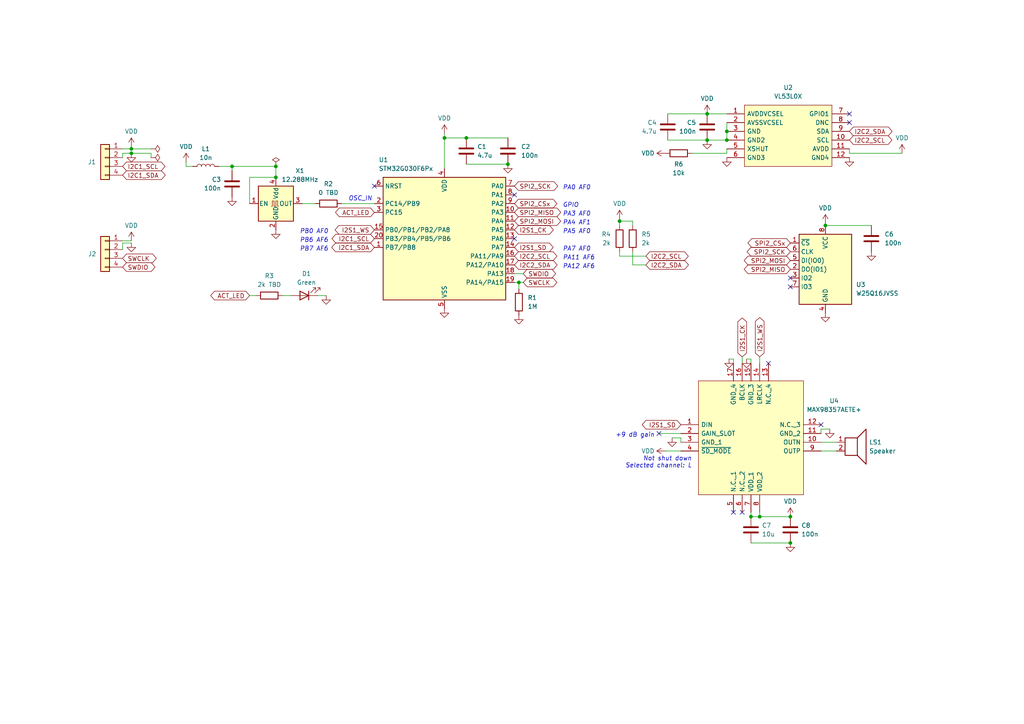
<source format=kicad_sch>
(kicad_sch (version 20230121) (generator eeschema)
  (paper "A4")
  (lib_symbols
    (symbol "Connector_Generic:Conn_01x04" (pin_names (offset 1.016) hide)
      (property "Reference" "J" (at 0 5.08 0))
      (property "Value" "Conn_01x04" (at 0 -7.62 0))
      (symbol "Conn_01x04_1_1"
        (rectangle (start -1.27 -4.953) (end 0 -5.207) (stroke (width 0.1524)))
        (rectangle (start -1.27 -2.413) (end 0 -2.667) (stroke (width 0.1524)))
        (rectangle (start -1.27 0.127) (end 0 -0.127) (stroke (width 0.1524)))
        (rectangle (start -1.27 2.667) (end 0 2.413) (stroke (width 0.1524)))
        (rectangle (start -1.27 3.81) (end 1.27 -6.35) (stroke (width 0.254)) (fill (type background)))
        (pin passive line (at -5.08 2.54 0) (length 3.81) (name "Pin_1") (number "1"))
        (pin passive line (at -5.08 0 0) (length 3.81) (name "Pin_2") (number "2"))
        (pin passive line (at -5.08 -2.54 0) (length 3.81) (name "Pin_3") (number "3"))
        (pin passive line (at -5.08 -5.08 0) (length 3.81) (name "Pin_4") (number "4"))
      )
    )
    (symbol "Device:C" (pin_numbers hide) (pin_names (offset 0.254))
      (property "Reference" "C" (at 0.635 2.54 0))
      (property "Value" "C" (at 0.635 -2.54 0))
      (symbol "C_0_1"
        (polyline (pts (xy -2.032 -0.762) (xy 2.032 -0.762)) (stroke (width 0.508)))
        (polyline (pts (xy -2.032 0.762) (xy 2.032 0.762)) (stroke (width 0.508)))
      )
      (symbol "C_1_1"
        (pin passive line (at 0 3.81 270) (length 2.794) (name "~") (number "1"))
        (pin passive line (at 0 -3.81 90) (length 2.794) (name "~") (number "2"))
      )
    )
    (symbol "Device:L" (pin_numbers hide) (pin_names (offset 1.016) hide)
      (property "Reference" "L" (at -1.27 0 90))
      (property "Value" "L" (at 1.905 0 90))
      (symbol "L_0_1"
        (arc (start 0 -2.54) (mid 0.6323 -1.905) (end 0 -1.27))
        (arc (start 0 -1.27) (mid 0.6323 -0.635) (end 0 0))
        (arc (start 0 0) (mid 0.6323 0.635) (end 0 1.27))
        (arc (start 0 1.27) (mid 0.6323 1.905) (end 0 2.54))
      )
      (symbol "L_1_1"
        (pin passive line (at 0 3.81 270) (length 1.27) (name "1") (number "1"))
        (pin passive line (at 0 -3.81 90) (length 1.27) (name "2") (number "2"))
      )
    )
    (symbol "Device:LED" (pin_numbers hide) (pin_names (offset 1.016) hide)
      (property "Reference" "D" (at 0 2.54 0))
      (property "Value" "LED" (at 0 -2.54 0))
      (symbol "LED_0_1"
        (polyline (pts (xy -1.27 -1.27) (xy -1.27 1.27)) (stroke (width 0.254)))
        (polyline (pts (xy -1.27 0) (xy 1.27 0)))
        (polyline (pts (xy 1.27 -1.27) (xy 1.27 1.27) (xy -1.27 0) (xy 1.27 -1.27)) (stroke (width 0.254)))
        (polyline (pts (xy -3.048 -0.762) (xy -4.572 -2.286) (xy -3.81 -2.286) (xy -4.572 -2.286) (xy -4.572 -1.524)))
        (polyline (pts (xy -1.778 -0.762) (xy -3.302 -2.286) (xy -2.54 -2.286) (xy -3.302 -2.286) (xy -3.302 -1.524)))
      )
      (symbol "LED_1_1"
        (pin passive line (at -3.81 0 0) (length 2.54) (name "K") (number "1"))
        (pin passive line (at 3.81 0 180) (length 2.54) (name "A") (number "2"))
      )
    )
    (symbol "Device:R" (pin_numbers hide) (pin_names (offset 0))
      (property "Reference" "R" (at 2.032 0 90))
      (property "Value" "R" (at 0 0 90))
      (symbol "R_0_1"
        (rectangle (start -1.016 -2.54) (end 1.016 2.54) (stroke (width 0.254)))
      )
      (symbol "R_1_1"
        (pin passive line (at 0 3.81 270) (length 1.27) (name "~") (number "1"))
        (pin passive line (at 0 -3.81 90) (length 1.27) (name "~") (number "2"))
      )
    )
    (symbol "Device:Speaker" (pin_names (offset 0) hide)
      (property "Reference" "LS" (at 1.27 5.715 0))
      (property "Value" "Speaker" (at 1.27 3.81 0))
      (symbol "Speaker_0_0"
        (rectangle (start -2.54 1.27) (end 1.016 -3.81) (stroke (width 0.254)))
        (polyline (pts (xy 1.016 1.27) (xy 3.556 3.81) (xy 3.556 -6.35) (xy 1.016 -3.81)) (stroke (width 0.254)))
      )
      (symbol "Speaker_1_1"
        (pin input line (at -5.08 0 0) (length 2.54) (name "1") (number "1"))
        (pin input line (at -5.08 -2.54 0) (length 2.54) (name "2") (number "2"))
      )
    )
    (symbol "Flowerbed_symbols:MAX98357AETE+" (pin_names (offset 0.762))
      (property "Reference" "U" (at 36.83 17.78 0))
      (property "Value" "MAX98357AETE+" (at 36.83 15.24 0))
      (symbol "MAX98357AETE+_0_0"
        (pin passive line (at 0 0 0) (length 5.08) (name "DIN") (number "1"))
        (pin passive line (at 40.64 -5.08 180) (length 5.08) (name "OUTN") (number "10"))
        (pin passive line (at 40.64 -2.54 180) (length 5.08) (name "GND_2") (number "11"))
        (pin passive line (at 40.64 0 180) (length 5.08) (name "N.C._3") (number "12"))
        (pin passive line (at 25.4 17.78 270) (length 5.08) (name "N.C._4") (number "13"))
        (pin passive line (at 22.86 17.78 270) (length 5.08) (name "LRCLK") (number "14"))
        (pin passive line (at 20.32 17.78 270) (length 5.08) (name "GND_3") (number "15"))
        (pin passive line (at 17.78 17.78 270) (length 5.08) (name "BCLK") (number "16"))
        (pin passive line (at 15.24 17.78 270) (length 5.08) (name "GND_4") (number "17"))
        (pin passive line (at 0 -2.54 0) (length 5.08) (name "GAIN_SLOT") (number "2"))
        (pin passive line (at 0 -5.08 0) (length 5.08) (name "GND_1") (number "3"))
        (pin passive line (at 0 -7.62 0) (length 5.08) (name "~{SD_MODE}") (number "4"))
        (pin passive line (at 15.24 -25.4 90) (length 5.08) (name "N.C._1") (number "5"))
        (pin passive line (at 17.78 -25.4 90) (length 5.08) (name "N.C._2") (number "6"))
        (pin passive line (at 20.32 -25.4 90) (length 5.08) (name "VDD_1") (number "7"))
        (pin passive line (at 22.86 -25.4 90) (length 5.08) (name "VDD_2") (number "8"))
        (pin passive line (at 40.64 -7.62 180) (length 5.08) (name "OUTP") (number "9"))
      )
      (symbol "MAX98357AETE+_1_1"
        (polyline (pts (xy 5.08 12.7) (xy 35.56 12.7) (xy 35.56 -20.32) (xy 5.08 -20.32) (xy 5.08 12.7)) (stroke (width 0.1524)) (fill (type background)))
      )
    )
    (symbol "Flowerbed_symbols:VL53L0X" (pin_names (offset 0.762))
      (property "Reference" "U" (at 31.75 7.62 0))
      (property "Value" "VL53L0X" (at 31.75 5.08 0))
      (symbol "VL53L0X_0_0"
        (pin passive line (at 0 0 0) (length 5.08) (name "AVDDVCSEL") (number "1"))
        (pin passive line (at 35.56 -7.62 180) (length 5.08) (name "SCL") (number "10"))
        (pin passive line (at 35.56 -10.16 180) (length 5.08) (name "AVDD") (number "11"))
        (pin passive line (at 35.56 -12.7 180) (length 5.08) (name "GND4") (number "12"))
        (pin passive line (at 0 -2.54 0) (length 5.08) (name "AVSSVCSEL") (number "2"))
        (pin passive line (at 0 -5.08 0) (length 5.08) (name "GND") (number "3"))
        (pin passive line (at 0 -7.62 0) (length 5.08) (name "GND2") (number "4"))
        (pin passive line (at 0 -10.16 0) (length 5.08) (name "XSHUT") (number "5"))
        (pin passive line (at 0 -12.7 0) (length 5.08) (name "GND3") (number "6"))
        (pin passive line (at 35.56 0 180) (length 5.08) (name "GPIO1") (number "7"))
        (pin passive line (at 35.56 -2.54 180) (length 5.08) (name "DNC") (number "8"))
        (pin passive line (at 35.56 -5.08 180) (length 5.08) (name "SDA") (number "9"))
      )
      (symbol "VL53L0X_1_1"
        (polyline (pts (xy 5.08 2.54) (xy 30.48 2.54) (xy 30.48 -15.24) (xy 5.08 -15.24) (xy 5.08 2.54)) (stroke (width 0.1524)) (fill (type background)))
      )
    )
    (symbol "MCU_ST_STM32G0:STM32G030F6Px"
      (property "Reference" "U" (at -17.78 19.05 0))
      (property "Value" "STM32G030F6Px" (at 2.54 19.05 0))
      (symbol "STM32G030F6Px_0_1"
        (rectangle (start -17.78 -17.78) (end 17.78 17.78) (stroke (width 0.254)) (fill (type background)))
      )
      (symbol "STM32G030F6Px_1_1"
        (pin bidirectional line (at -20.32 -2.54 0) (length 2.54) (name "PB7/PB8") (number "1"))
        (pin bidirectional line (at 20.32 7.62 180) (length 2.54) (name "PA3") (number "10"))
        (pin bidirectional line (at 20.32 5.08 180) (length 2.54) (name "PA4") (number "11"))
        (pin bidirectional line (at 20.32 2.54 180) (length 2.54) (name "PA5") (number "12"))
        (pin bidirectional line (at 20.32 0 180) (length 2.54) (name "PA6") (number "13"))
        (pin bidirectional line (at 20.32 -2.54 180) (length 2.54) (name "PA7") (number "14"))
        (pin bidirectional line (at -20.32 2.54 0) (length 2.54) (name "PB0/PB1/PB2/PA8") (number "15"))
        (pin bidirectional line (at 20.32 -5.08 180) (length 2.54) (name "PA11/PA9") (number "16"))
        (pin bidirectional line (at 20.32 -7.62 180) (length 2.54) (name "PA12/PA10") (number "17"))
        (pin bidirectional line (at 20.32 -10.16 180) (length 2.54) (name "PA13") (number "18"))
        (pin bidirectional line (at 20.32 -12.7 180) (length 2.54) (name "PA14/PA15") (number "19"))
        (pin bidirectional line (at -20.32 10.16 0) (length 2.54) (name "PC14/PB9") (number "2"))
        (pin bidirectional line (at -20.32 0 0) (length 2.54) (name "PB3/PB4/PB5/PB6") (number "20"))
        (pin bidirectional line (at -20.32 7.62 0) (length 2.54) (name "PC15") (number "3"))
        (pin power_in line (at 0 20.32 270) (length 2.54) (name "VDD") (number "4"))
        (pin power_in line (at 0 -20.32 90) (length 2.54) (name "VSS") (number "5"))
        (pin input line (at -20.32 15.24 0) (length 2.54) (name "NRST") (number "6"))
        (pin bidirectional line (at 20.32 15.24 180) (length 2.54) (name "PA0") (number "7"))
        (pin bidirectional line (at 20.32 12.7 180) (length 2.54) (name "PA1") (number "8"))
        (pin bidirectional line (at 20.32 10.16 180) (length 2.54) (name "PA2") (number "9"))
      )
    )
    (symbol "Memory_Flash:W25Q32JVSS"
      (property "Reference" "U" (at -6.35 11.43 0))
      (property "Value" "W25Q32JVSS" (at 7.62 11.43 0))
      (symbol "W25Q32JVSS_0_1"
        (rectangle (start -7.62 10.16) (end 7.62 -10.16) (stroke (width 0.254)) (fill (type background)))
      )
      (symbol "W25Q32JVSS_1_1"
        (pin input line (at -10.16 7.62 0) (length 2.54) (name "~{CS}") (number "1"))
        (pin bidirectional line (at -10.16 0 0) (length 2.54) (name "DO(IO1)") (number "2"))
        (pin bidirectional line (at -10.16 -2.54 0) (length 2.54) (name "IO2") (number "3"))
        (pin power_in line (at 0 -12.7 90) (length 2.54) (name "GND") (number "4"))
        (pin bidirectional line (at -10.16 2.54 0) (length 2.54) (name "DI(IO0)") (number "5"))
        (pin input line (at -10.16 5.08 0) (length 2.54) (name "CLK") (number "6"))
        (pin bidirectional line (at -10.16 -5.08 0) (length 2.54) (name "IO3") (number "7"))
        (pin power_in line (at 0 12.7 270) (length 2.54) (name "VCC") (number "8"))
      )
    )
    (symbol "Oscillator:ASE-xxxMHz" (pin_names (offset 0.254))
      (property "Reference" "X" (at -5.08 6.35 0))
      (property "Value" "ASE-xxxMHz" (at 1.27 -6.35 0))
      (symbol "ASE-xxxMHz_0_1"
        (rectangle (start -5.08 5.08) (end 5.08 -5.08) (stroke (width 0.254)) (fill (type background)))
        (polyline (pts (xy -1.27 -0.762) (xy -1.016 -0.762) (xy -1.016 0.762) (xy -0.508 0.762) (xy -0.508 -0.762) (xy 0 -0.762) (xy 0 0.762) (xy 0.508 0.762) (xy 0.508 -0.762) (xy 0.762 -0.762)))
      )
      (symbol "ASE-xxxMHz_1_1"
        (pin input line (at -7.62 0 0) (length 2.54) (name "EN") (number "1"))
        (pin power_in line (at 0 -7.62 90) (length 2.54) (name "GND") (number "2"))
        (pin output line (at 7.62 0 180) (length 2.54) (name "OUT") (number "3"))
        (pin power_in line (at 0 7.62 270) (length 2.54) (name "Vdd") (number "4"))
      )
    )
    (symbol "power:GND" (power) (pin_names (offset 0))
      (property "Value" "GND" (at 0 -3.81 0))
      (symbol "GND_0_1"
        (polyline (pts (xy 0 0) (xy 0 -1.27) (xy 1.27 -1.27) (xy 0 -2.54) (xy -1.27 -1.27) (xy 0 -1.27)))
      )
      (symbol "GND_1_1"
        (pin power_in line (at 0 0 270) (length 0) hide (name "GND") (number "1"))
      )
    )
    (symbol "power:PWR_FLAG" (power) (pin_numbers hide) (pin_names (offset 0) hide)
      (property "Value" "PWR_FLAG" (at 0 3.81 0))
      (symbol "PWR_FLAG_0_0"
        (pin power_out line (at 0 0 90) (length 0) (name "pwr") (number "1"))
      )
      (symbol "PWR_FLAG_0_1"
        (polyline (pts (xy 0 0) (xy 0 1.27) (xy -1.016 1.905) (xy 0 2.54) (xy 1.016 1.905) (xy 0 1.27)))
      )
    )
    (symbol "power:VDD" (power) (pin_names (offset 0))
      (property "Value" "VDD" (at 0 3.81 0))
      (symbol "VDD_0_1"
        (polyline (pts (xy -0.762 1.27) (xy 0 2.54)))
        (polyline (pts (xy 0 0) (xy 0 2.54)))
        (polyline (pts (xy 0 2.54) (xy 0.762 1.27)))
      )
      (symbol "VDD_1_1"
        (pin power_in line (at 0 0 90) (length 0) hide (name "VDD") (number "1"))
      )
    )
  )
  (junction (at 38.1 43.18))
  (junction (at 80.01 51.435))
  (junction (at 80.01 48.26))
  (junction (at 210.82 40.64))
  (junction (at 229.235 157.48))
  (junction (at 179.705 64.135))
  (junction (at 220.345 149.86))
  (junction (at 217.805 149.86))
  (junction (at 150.495 81.915))
  (junction (at 239.395 65.405))
  (junction (at 205.105 40.64))
  (junction (at 128.905 40.005))
  (junction (at 205.105 33.02))
  (junction (at 210.82 38.1))
  (junction (at 67.31 48.26))
  (junction (at 38.1 44.45))
  (junction (at 135.255 40.005))
  (junction (at 229.235 149.86))
  (junction (at 147.32 47.625))
  (no_connect (at 238.125 123.19))
  (no_connect (at 108.585 53.975))
  (no_connect (at 246.38 33.02))
  (no_connect (at 246.38 35.56))
  (no_connect (at 149.225 69.215))
  (no_connect (at 149.225 56.515))
  (no_connect (at 191.135 125.73))
  (no_connect (at 212.725 148.59))
  (no_connect (at 222.885 105.41))
  (no_connect (at 215.265 148.59))
  (no_connect (at 229.235 83.185))
  (no_connect (at 229.235 80.645))
  (wire (pts (xy 210.82 35.56) (xy 210.82 38.1)))
  (wire (pts (xy 80.01 48.26) (xy 80.01 51.435)))
  (wire (pts (xy 191.135 125.73) (xy 197.485 125.73)))
  (wire (pts (xy 87.63 59.055) (xy 91.44 59.055)))
  (wire (pts (xy 92.075 85.725) (xy 94.615 85.725)))
  (wire (pts (xy 43.815 43.18) (xy 38.1 43.18)))
  (wire (pts (xy 217.805 149.86) (xy 220.345 149.86)))
  (wire (pts (xy 63.5 48.26) (xy 67.31 48.26)))
  (wire (pts (xy 67.31 48.26) (xy 80.01 48.26)))
  (wire (pts (xy 217.805 104.14) (xy 217.805 105.41)))
  (wire (pts (xy 238.125 128.27) (xy 242.57 128.27)))
  (wire (pts (xy 38.1 43.18) (xy 38.1 42.545)))
  (wire (pts (xy 81.915 85.725) (xy 84.455 85.725)))
  (wire (pts (xy 135.255 40.005) (xy 147.32 40.005)))
  (wire (pts (xy 150.495 81.915) (xy 150.495 83.82)))
  (wire (pts (xy 43.815 45.72) (xy 43.815 44.45)))
  (wire (pts (xy 35.56 44.45) (xy 38.1 44.45)))
  (wire (pts (xy 193.04 130.81) (xy 197.485 130.81)))
  (wire (pts (xy 239.395 65.405) (xy 252.73 65.405)))
  (wire (pts (xy 99.06 59.055) (xy 108.585 59.055)))
  (wire (pts (xy 72.39 51.435) (xy 80.01 51.435)))
  (wire (pts (xy 217.805 148.59) (xy 217.805 149.86)))
  (wire (pts (xy 183.515 76.835) (xy 187.325 76.835)))
  (wire (pts (xy 238.125 125.73) (xy 238.125 124.46)))
  (wire (pts (xy 217.805 157.48) (xy 229.235 157.48)))
  (wire (pts (xy 38.1 44.45) (xy 43.815 44.45)))
  (wire (pts (xy 187.325 74.295) (xy 179.705 74.295)))
  (wire (pts (xy 128.905 40.005) (xy 128.905 48.895)))
  (wire (pts (xy 179.705 64.135) (xy 179.705 65.405)))
  (wire (pts (xy 72.39 85.725) (xy 74.295 85.725)))
  (wire (pts (xy 197.485 128.27) (xy 197.485 127)))
  (wire (pts (xy 220.345 103.505) (xy 220.345 105.41)))
  (wire (pts (xy 193.675 40.64) (xy 205.105 40.64)))
  (wire (pts (xy 246.38 44.45) (xy 261.62 44.45)))
  (wire (pts (xy 35.56 72.39) (xy 35.56 70.485)))
  (wire (pts (xy 38.1 43.18) (xy 35.56 43.18)))
  (wire (pts (xy 238.125 130.81) (xy 242.57 130.81)))
  (wire (pts (xy 215.265 103.505) (xy 215.265 105.41)))
  (wire (pts (xy 200.66 44.45) (xy 210.82 44.45)))
  (wire (pts (xy 205.105 33.02) (xy 210.82 33.02)))
  (wire (pts (xy 67.31 49.53) (xy 67.31 48.26)))
  (wire (pts (xy 35.56 45.72) (xy 35.56 44.45)))
  (wire (pts (xy 246.38 44.45) (xy 246.38 43.18)))
  (wire (pts (xy 179.705 64.135) (xy 179.705 63.5)))
  (wire (pts (xy 150.495 81.915) (xy 149.225 81.915)))
  (wire (pts (xy 35.56 70.485) (xy 38.1 70.485)))
  (wire (pts (xy 135.255 47.625) (xy 147.32 47.625)))
  (wire (pts (xy 210.82 43.18) (xy 210.82 44.45)))
  (wire (pts (xy 183.515 73.025) (xy 183.515 76.835)))
  (wire (pts (xy 128.905 40.005) (xy 135.255 40.005)))
  (wire (pts (xy 220.345 148.59) (xy 220.345 149.86)))
  (wire (pts (xy 183.515 64.135) (xy 179.705 64.135)))
  (wire (pts (xy 197.485 127) (xy 194.945 127)))
  (wire (pts (xy 220.345 149.86) (xy 229.235 149.86)))
  (wire (pts (xy 53.975 48.26) (xy 55.88 48.26)))
  (wire (pts (xy 179.705 74.295) (xy 179.705 73.025)))
  (wire (pts (xy 211.455 104.14) (xy 212.725 104.14)))
  (wire (pts (xy 238.125 124.46) (xy 240.665 124.46)))
  (wire (pts (xy 216.535 104.14) (xy 217.805 104.14)))
  (wire (pts (xy 38.1 69.85) (xy 35.56 69.85)))
  (wire (pts (xy 128.905 38.735) (xy 128.905 40.005)))
  (wire (pts (xy 53.975 46.99) (xy 53.975 48.26)))
  (wire (pts (xy 151.765 79.375) (xy 149.225 79.375)))
  (wire (pts (xy 151.765 81.915) (xy 150.495 81.915)))
  (wire (pts (xy 210.82 38.1) (xy 210.82 40.64)))
  (wire (pts (xy 183.515 65.405) (xy 183.515 64.135)))
  (wire (pts (xy 205.105 40.64) (xy 210.82 40.64)))
  (wire (pts (xy 193.675 33.02) (xy 205.105 33.02)))
  (wire (pts (xy 72.39 59.055) (xy 72.39 51.435)))
  (wire (pts (xy 212.725 104.14) (xy 212.725 105.41)))
  (wire (pts (xy 239.395 64.77) (xy 239.395 65.405)))
  (text "PA4 AF1" (at 163.195 65.405 0) (effects (font (size 1.27 1.27) italic) (justify left bottom)))
  (text "PB7 AF6" (at 95.25 73.025 0) (effects (font (size 1.27 1.27) italic) (justify right bottom)))
  (text "PA7 AF0" (at 163.195 73.025 0) (effects (font (size 1.27 1.27) italic) (justify left bottom)))
  (text "PA5 AF0" (at 163.195 67.945 0) (effects (font (size 1.27 1.27) italic) (justify left bottom)))
  (text "OSC_IN" (at 107.95 58.42 0) (effects (font (size 1.27 1.27) italic) (justify right bottom)))
  (text "PA12 AF6" (at 163.195 78.105 0) (effects (font (size 1.27 1.27) italic) (justify left bottom)))
  (text "+9 dB gain" (at 189.865 127 0) (effects (font (size 1.27 1.27) italic) (justify right bottom)))
  (text "Not shut down\nSelected channel: L" (at 200.66 135.89 0) (effects (font (size 1.27 1.27) italic) (justify right bottom)))
  (text "PB0 AF0" (at 95.25 67.945 0) (effects (font (size 1.27 1.27) italic) (justify right bottom)))
  (text "PA11 AF6" (at 163.195 75.565 0) (effects (font (size 1.27 1.27) italic) (justify left bottom)))
  (text "PA3 AF0" (at 163.195 62.865 0) (effects (font (size 1.27 1.27) italic) (justify left bottom)))
  (text "PB6 AF6" (at 95.25 70.485 0) (effects (font (size 1.27 1.27) italic) (justify right bottom)))
  (text "PA0 AF0" (at 163.195 55.245 0) (effects (font (size 1.27 1.27) italic) (justify left bottom)))
  (text "GPIO" (at 163.195 60.325 0) (effects (font (size 1.27 1.27) italic) (justify left bottom)))
  (global_label "ACT_LED" (shape bidirectional) (at 72.39 85.725 180) (property "Intersheetrefs" "${INTERSHEET_REFS}" (effects hide)))
  (global_label "SPI2_CSx" (shape bidirectional) (at 229.235 70.485 180) (property "Intersheetrefs" "${INTERSHEET_REFS}" (effects hide)))
  (global_label "I2S1_WS" (shape bidirectional) (at 108.585 66.675 180) (property "Intersheetrefs" "${INTERSHEET_REFS}" (effects hide)))
  (global_label "I2S1_SD" (shape bidirectional) (at 197.485 123.19 180) (property "Intersheetrefs" "${INTERSHEET_REFS}" (effects hide)))
  (global_label "I2C1_SCL" (shape bidirectional) (at 108.585 69.215 180) (property "Intersheetrefs" "${INTERSHEET_REFS}" (effects hide)))
  (global_label "SPI2_SCK" (shape bidirectional) (at 229.235 73.025 180) (property "Intersheetrefs" "${INTERSHEET_REFS}" (effects hide)))
  (global_label "I2C1_SDA" (shape bidirectional) (at 108.585 71.755 180) (property "Intersheetrefs" "${INTERSHEET_REFS}" (effects hide)))
  (global_label "I2C2_SDA" (shape bidirectional) (at 246.38 38.1 0) (property "Intersheetrefs" "${INTERSHEET_REFS}" (effects hide)))
  (global_label "I2C2_SDA" (shape bidirectional) (at 149.225 76.835 0) (property "Intersheetrefs" "${INTERSHEET_REFS}" (effects hide)))
  (global_label "ACT_LED" (shape bidirectional) (at 108.585 61.595 180) (property "Intersheetrefs" "${INTERSHEET_REFS}" (effects hide)))
  (global_label "SPI2_CSx" (shape bidirectional) (at 149.225 59.055 0) (property "Intersheetrefs" "${INTERSHEET_REFS}" (effects hide)))
  (global_label "SPI2_MISO" (shape bidirectional) (at 229.235 78.105 180) (property "Intersheetrefs" "${INTERSHEET_REFS}" (effects hide)))
  (global_label "I2C2_SCL" (shape bidirectional) (at 187.325 74.295 0) (property "Intersheetrefs" "${INTERSHEET_REFS}" (effects hide)))
  (global_label "SPI2_MOSI" (shape bidirectional) (at 149.225 64.135 0) (property "Intersheetrefs" "${INTERSHEET_REFS}" (effects hide)))
  (global_label "I2C1_SCL" (shape bidirectional) (at 35.56 48.26 0) (property "Intersheetrefs" "${INTERSHEET_REFS}" (effects hide)))
  (global_label "SWCLK" (shape bidirectional) (at 35.56 74.93 0) (property "Intersheetrefs" "${INTERSHEET_REFS}" (effects hide)))
  (global_label "I2C2_SDA" (shape bidirectional) (at 187.325 76.835 0) (property "Intersheetrefs" "${INTERSHEET_REFS}" (effects hide)))
  (global_label "I2S1_CK" (shape bidirectional) (at 215.265 103.505 90) (property "Intersheetrefs" "${INTERSHEET_REFS}" (effects hide)))
  (global_label "SWDIO" (shape bidirectional) (at 151.765 79.375 0) (property "Intersheetrefs" "${INTERSHEET_REFS}" (effects hide)))
  (global_label "SWDIO" (shape bidirectional) (at 35.56 77.47 0) (property "Intersheetrefs" "${INTERSHEET_REFS}" (effects hide)))
  (global_label "I2S1_WS" (shape bidirectional) (at 220.345 103.505 90) (property "Intersheetrefs" "${INTERSHEET_REFS}" (effects hide)))
  (global_label "I2C2_SCL" (shape bidirectional) (at 149.225 74.295 0) (property "Intersheetrefs" "${INTERSHEET_REFS}" (effects hide)))
  (global_label "SPI2_SCK" (shape bidirectional) (at 149.225 53.975 0) (property "Intersheetrefs" "${INTERSHEET_REFS}" (effects hide)))
  (global_label "I2C1_SDA" (shape bidirectional) (at 35.56 50.8 0) (property "Intersheetrefs" "${INTERSHEET_REFS}" (effects hide)))
  (global_label "SWCLK" (shape bidirectional) (at 151.765 81.915 0) (property "Intersheetrefs" "${INTERSHEET_REFS}" (effects hide)))
  (global_label "I2S1_CK" (shape bidirectional) (at 149.225 66.675 0) (property "Intersheetrefs" "${INTERSHEET_REFS}" (effects hide)))
  (global_label "SPI2_MISO" (shape bidirectional) (at 149.225 61.595 0) (property "Intersheetrefs" "${INTERSHEET_REFS}" (effects hide)))
  (global_label "SPI2_MOSI" (shape bidirectional) (at 229.235 75.565 180) (property "Intersheetrefs" "${INTERSHEET_REFS}" (effects hide)))
  (global_label "I2S1_SD" (shape bidirectional) (at 149.225 71.755 0) (property "Intersheetrefs" "${INTERSHEET_REFS}" (effects hide)))
  (global_label "I2C2_SCL" (shape bidirectional) (at 246.38 40.64 0) (property "Intersheetrefs" "${INTERSHEET_REFS}" (effects hide)))
  (symbol (lib_id "Device:C") (at 67.31 53.34 0) (mirror y) (unit 1)
    (property "Reference" "C3" (at 64.135 52.07 0) (effects (justify left)))
    (property "Value" "100n" (at 64.135 54.61 0) (effects (justify left)))
    (property "Footprint" "Capacitor_SMD:C_0402_1005Metric" (effects hide))
  )
  (symbol (lib_id "power:VDD") (at 261.62 44.45 0) (unit 1)
    (property "Reference" "#PWR017" (effects hide))
    (property "Value" "VDD" (at 261.62 40.005 0))
  )
  (symbol (lib_id "power:VDD") (at 53.975 46.99 0) (unit 1)
    (property "Reference" "#PWR010" (effects hide))
    (property "Value" "VDD" (at 53.975 42.545 0))
  )
  (symbol (lib_id "power:GND") (at 216.535 104.14 0) (unit 1)
    (property "Reference" "#PWR027" (effects hide))
    (property "Value" "GND" (effects hide))
  )
  (symbol (lib_id "power:GND") (at 210.82 45.72 0) (unit 1)
    (property "Reference" "#PWR013" (effects hide))
    (property "Value" "GND" (effects hide))
  )
  (symbol (lib_id "power:GND") (at 94.615 85.725 0) (unit 1)
    (property "Reference" "#PWR029" (effects hide))
    (property "Value" "GND" (effects hide))
  )
  (symbol (lib_id "Device:R") (at 183.515 69.215 0) (mirror y) (unit 1)
    (property "Reference" "R5" (at 186.055 67.945 0) (effects (justify right)))
    (property "Value" "2k" (at 186.055 70.485 0) (effects (justify right)))
    (property "Footprint" "Resistor_SMD:R_0603_1608Metric" (effects hide))
  )
  (symbol (lib_id "power:GND") (at 150.495 91.44 0) (unit 1)
    (property "Reference" "#PWR04" (effects hide))
    (property "Value" "GND" (effects hide))
  )
  (symbol (lib_id "Device:C") (at 217.805 153.67 0) (unit 1)
    (property "Reference" "C7" (at 220.98 152.4 0) (effects (justify left)))
    (property "Value" "10u" (at 220.98 154.94 0) (effects (justify left)))
    (property "Footprint" "Capacitor_SMD:C_0603_1608Metric" (effects hide))
  )
  (symbol (lib_id "power:PWR_FLAG") (at 80.01 48.26 0) (unit 1)
    (property "Reference" "#FLG03" (effects hide))
    (property "Value" "PWR_FLAG" (effects hide))
  )
  (symbol (lib_id "Device:C") (at 252.73 69.215 0) (unit 1)
    (property "Reference" "C6" (at 256.54 67.945 0) (effects (justify left)))
    (property "Value" "100n" (at 256.54 70.485 0) (effects (justify left)))
    (property "Footprint" "Capacitor_SMD:C_0603_1608Metric" (effects hide))
  )
  (symbol (lib_id "Oscillator:ASE-xxxMHz") (at 80.01 59.055 0) (unit 1)
    (property "Reference" "X1" (at 86.995 49.53 0))
    (property "Value" "12.288MHz" (at 86.995 52.07 0))
    (property "Footprint" "Oscillator:Oscillator_SMD_Abracon_ASE-4Pin_3.2x2.5mm" (effects hide))
    (property "Datasheet" "http://www.abracon.com/Oscillators/ASV.pdf" (effects hide))
  )
  (symbol (lib_id "power:GND") (at 67.31 57.15 0) (unit 1)
    (property "Reference" "#PWR011" (effects hide))
    (property "Value" "GND" (effects hide))
  )
  (symbol (lib_id "Device:R") (at 78.105 85.725 90) (unit 1)
    (property "Reference" "R3" (at 78.105 80.01 90))
    (property "Value" "2k TBD" (at 78.105 82.55 90))
    (property "Footprint" "Resistor_SMD:R_0603_1608Metric" (effects hide))
  )
  (symbol (lib_id "power:GND") (at 80.01 66.675 0) (unit 1)
    (property "Reference" "#PWR09" (effects hide))
    (property "Value" "GND" (effects hide))
  )
  (symbol (lib_id "Device:Speaker") (at 247.65 128.27 0) (unit 1)
    (property "Reference" "LS1" (at 252.095 128.27 0) (effects (justify left)))
    (property "Value" "Speaker" (at 252.095 130.81 0) (effects (justify left)))
    (property "Footprint" "Connector_PinHeader_2.54mm:PinHeader_1x02_P2.54mm_Vertical" (effects hide))
  )
  (symbol (lib_id "power:GND") (at 38.1 70.485 0) (unit 1)
    (property "Reference" "#PWR06" (effects hide))
    (property "Value" "GND" (effects hide))
  )
  (symbol (lib_id "power:GND") (at 128.905 89.535 0) (unit 1)
    (property "Reference" "#PWR02" (effects hide))
    (property "Value" "GND" (effects hide))
  )
  (symbol (lib_id "power:GND") (at 252.73 73.025 0) (unit 1)
    (property "Reference" "#PWR020" (effects hide))
    (property "Value" "GND" (effects hide))
  )
  (symbol (lib_id "power:GND") (at 229.235 157.48 0) (unit 1)
    (property "Reference" "#PWR023" (effects hide))
    (property "Value" "GND" (effects hide))
  )
  (symbol (lib_id "Connector_Generic:Conn_01x04") (at 30.48 72.39 0) (mirror y) (unit 1)
    (property "Reference" "J2" (at 27.94 73.66 0) (effects (justify left)))
    (property "Value" "Conn_01x04" (effects hide))
    (property "Footprint" "Flowerbed_footprints:TestPoints_1x04_P2.0" (effects hide))
  )
  (symbol (lib_id "Flowerbed_symbols:MAX98357AETE+") (at 197.485 123.19 0) (unit 1)
    (property "Reference" "U4" (at 241.935 116.2619 0))
    (property "Value" "MAX98357AETE+" (at 241.935 118.8019 0))
    (property "Footprint" "Flowerbed_footprints:QFN-16_3x3mm_P0.5mm" (effects hide))
    (property "Datasheet" "https://datasheets.maximintegrated.com/en/ds/MAX98357A-MAX98357B.pdf" (effects hide))
    (property "Description" "MAXIM INTEGRATED PRODUCTS - MAX98357AETE+ - AMPLIFIER, CLASS-D, 1-CH, 3.2W, TQFN-16" (effects hide))
    (property "Height" "0.8" (effects hide))
    (property "Manufacturer_Name" "Analog Devices" (effects hide))
    (property "Manufacturer_Part_Number" "MAX98357AETE+" (effects hide))
    (property "Mouser Part Number" "700-MAX98357AETE+" (effects hide))
    (property "Mouser Price/Stock" "https://www.mouser.co.uk/ProductDetail/Analog-Devices-Maxim-Integrated/MAX98357AETE%2b?qs=AAveGqk956EyS6m3AmZeuw%3D%3D" (effects hide))
  )
  (symbol (lib_id "power:GND") (at 205.105 40.64 0) (unit 1)
    (property "Reference" "#PWR014" (effects hide))
    (property "Value" "GND" (effects hide))
  )
  (symbol (lib_id "Memory_Flash:W25Q32JVSS") (at 239.395 78.105 0) (unit 1)
    (property "Reference" "U3" (at 248.285 82.55 0) (effects (justify left)))
    (property "Value" "W25Q16JVSS" (at 248.285 85.09 0) (effects (justify left)))
    (property "Footprint" "Package_SO:SOIC-8_5.23x5.23mm_P1.27mm" (effects hide))
    (property "Datasheet" "http://www.winbond.com/resource-files/w25q32jv%20revg%2003272018%20plus.pdf" (effects hide))
  )
  (symbol (lib_id "power:VDD") (at 193.04 44.45 90) (unit 1)
    (property "Reference" "#PWR018" (effects hide))
    (property "Value" "VDD" (at 189.865 44.45 90) (effects (justify left)))
  )
  (symbol (lib_id "Device:R") (at 196.85 44.45 90) (unit 1)
    (property "Reference" "R6" (at 196.85 47.625 90))
    (property "Value" "10k" (at 196.85 50.165 90))
    (property "Footprint" "Resistor_SMD:R_0603_1608Metric" (effects hide))
  )
  (symbol (lib_id "power:VDD") (at 179.705 63.5 0) (unit 1)
    (property "Reference" "#PWR016" (effects hide))
    (property "Value" "VDD" (at 179.705 59.055 0))
  )
  (symbol (lib_id "Device:LED") (at 88.265 85.725 180) (unit 1)
    (property "Reference" "D1" (at 88.9 79.375 0))
    (property "Value" "Green" (at 88.9 81.915 0))
    (property "Footprint" "LED_SMD:LED_0603_1608Metric" (effects hide))
  )
  (symbol (lib_id "Connector_Generic:Conn_01x04") (at 30.48 45.72 0) (mirror y) (unit 1)
    (property "Reference" "J1" (at 26.67 46.99 0))
    (property "Value" "Conn_01x04" (effects hide))
    (property "Footprint" "Connector_PinHeader_2.54mm:PinHeader_1x04_P2.54mm_Vertical" (effects hide))
  )
  (symbol (lib_id "power:GND") (at 239.395 90.805 0) (unit 1)
    (property "Reference" "#PWR021" (effects hide))
    (property "Value" "GND" (effects hide))
  )
  (symbol (lib_id "Device:R") (at 179.705 69.215 0) (unit 1)
    (property "Reference" "R4" (at 177.165 67.945 0) (effects (justify right)))
    (property "Value" "2k" (at 177.165 70.485 0) (effects (justify right)))
    (property "Footprint" "Resistor_SMD:R_0603_1608Metric" (effects hide))
  )
  (symbol (lib_id "Device:C") (at 229.235 153.67 0) (unit 1)
    (property "Reference" "C8" (at 232.41 152.4 0) (effects (justify left)))
    (property "Value" "100n" (at 232.41 154.94 0) (effects (justify left)))
    (property "Footprint" "Capacitor_SMD:C_0603_1608Metric" (effects hide))
  )
  (symbol (lib_id "power:VDD") (at 205.105 33.02 0) (unit 1)
    (property "Reference" "#PWR015" (effects hide))
    (property "Value" "VDD" (at 205.105 28.575 0))
  )
  (symbol (lib_id "power:GND") (at 240.665 124.46 0) (mirror y) (unit 1)
    (property "Reference" "#PWR025" (effects hide))
    (property "Value" "GND" (effects hide))
  )
  (symbol (lib_id "Device:C") (at 147.32 43.815 0) (unit 1)
    (property "Reference" "C2" (at 151.13 42.545 0) (effects (justify left)))
    (property "Value" "100n" (at 151.13 45.085 0) (effects (justify left)))
    (property "Footprint" "Capacitor_SMD:C_0603_1608Metric" (effects hide))
  )
  (symbol (lib_id "power:VDD") (at 38.1 69.85 0) (unit 1)
    (property "Reference" "#PWR05" (effects hide))
    (property "Value" "VDD" (at 38.1 65.405 0))
  )
  (symbol (lib_id "power:VDD") (at 193.04 130.81 90) (unit 1)
    (property "Reference" "#PWR028" (effects hide))
    (property "Value" "VDD" (at 189.865 130.81 90) (effects (justify left)))
  )
  (symbol (lib_id "Device:R") (at 150.495 87.63 0) (unit 1)
    (property "Reference" "R1" (at 153.035 86.36 0) (effects (justify left)))
    (property "Value" "1M" (at 153.035 88.9 0) (effects (justify left)))
    (property "Footprint" "Resistor_SMD:R_0603_1608Metric" (effects hide))
  )
  (symbol (lib_id "Device:C") (at 135.255 43.815 0) (unit 1)
    (property "Reference" "C1" (at 138.43 42.545 0) (effects (justify left)))
    (property "Value" "4.7u" (at 138.43 45.085 0) (effects (justify left)))
    (property "Footprint" "Capacitor_SMD:C_0603_1608Metric" (effects hide))
  )
  (symbol (lib_id "power:VDD") (at 229.235 149.86 0) (unit 1)
    (property "Reference" "#PWR022" (effects hide))
    (property "Value" "VDD" (at 229.235 145.415 0))
  )
  (symbol (lib_id "Device:L") (at 59.69 48.26 90) (unit 1)
    (property "Reference" "L1" (at 59.69 43.18 90))
    (property "Value" "10n" (at 59.69 45.72 90))
    (property "Footprint" "Inductor_SMD:L_0402_1005Metric" (effects hide))
  )
  (symbol (lib_id "Device:C") (at 193.675 36.83 0) (mirror y) (unit 1)
    (property "Reference" "C4" (at 190.5 35.56 0) (effects (justify left)))
    (property "Value" "4.7u" (at 190.5 38.1 0) (effects (justify left)))
    (property "Footprint" "Capacitor_SMD:C_0402_1005Metric" (effects hide))
  )
  (symbol (lib_id "Flowerbed_symbols:VL53L0X") (at 210.82 33.02 0) (unit 1)
    (property "Reference" "U2" (at 228.6 25.4 0))
    (property "Value" "VL53L0X" (at 228.6 27.94 0))
    (property "Footprint" "Flowerbed_footprints:VL53L0X" (effects hide))
    (property "Datasheet" "https://www.mouser.com/ds/2/389/vl53l0x-1156212.pdf" (effects hide))
    (property "Description" "World smallest Time-of-Flight ranging and gesture detection sensor" (effects hide))
    (property "Height" "1" (effects hide))
    (property "Manufacturer_Name" "STMicroelectronics" (effects hide))
    (property "Manufacturer_Part_Number" "VL53L0X" (effects hide))
    (property "Mouser Part Number" "N/A" (effects hide))
    (property "Mouser Price/Stock" "https://www.mouser.co.uk/ProductDetail/STMicroelectronics/VL53L0X?qs=dTJS0cRn7oi%252BRrRP61aJBQ%3D%3D" (effects hide))
  )
  (symbol (lib_id "power:GND") (at 194.945 127 0) (unit 1)
    (property "Reference" "#PWR024" (effects hide))
    (property "Value" "GND" (effects hide))
  )
  (symbol (lib_id "power:VDD") (at 128.905 38.735 0) (unit 1)
    (property "Reference" "#PWR01" (effects hide))
    (property "Value" "VDD" (at 128.905 34.29 0))
  )
  (symbol (lib_id "power:VDD") (at 239.395 64.77 0) (unit 1)
    (property "Reference" "#PWR019" (effects hide))
    (property "Value" "VDD" (at 239.395 60.325 0))
  )
  (symbol (lib_id "power:VDD") (at 38.1 42.545 0) (unit 1)
    (property "Reference" "#PWR07" (effects hide))
    (property "Value" "VDD" (at 38.1 38.1 0))
  )
  (symbol (lib_id "power:GND") (at 211.455 104.14 0) (unit 1)
    (property "Reference" "#PWR026" (effects hide))
    (property "Value" "GND" (effects hide))
  )
  (symbol (lib_id "power:GND") (at 147.32 47.625 0) (unit 1)
    (property "Reference" "#PWR03" (effects hide))
    (property "Value" "GND" (effects hide))
  )
  (symbol (lib_id "power:PWR_FLAG") (at 43.815 43.18 270) (unit 1)
    (property "Reference" "#FLG01" (effects hide))
    (property "Value" "PWR_FLAG" (effects hide))
  )
  (symbol (lib_id "Device:C") (at 205.105 36.83 0) (mirror y) (unit 1)
    (property "Reference" "C5" (at 201.93 35.56 0) (effects (justify left)))
    (property "Value" "100n" (at 201.93 38.1 0) (effects (justify left)))
    (property "Footprint" "Capacitor_SMD:C_0402_1005Metric" (effects hide))
  )
  (symbol (lib_id "MCU_ST_STM32G0:STM32G030F6Px") (at 128.905 69.215 0) (unit 1)
    (property "Reference" "U1" (at 109.855 46.355 0) (effects (justify left)))
    (property "Value" "STM32G030F6Px" (at 109.855 48.895 0) (effects (justify left)))
    (property "Footprint" "Package_SO:TSSOP-20_4.4x6.5mm_P0.65mm" (effects hide))
    (property "Datasheet" "https://www.st.com/resource/en/datasheet/stm32g030f6.pdf" (effects hide))
  )
  (symbol (lib_id "Device:R") (at 95.25 59.055 90) (unit 1)
    (property "Reference" "R2" (at 95.25 53.34 90))
    (property "Value" "0 TBD" (at 95.25 55.88 90))
    (property "Footprint" "Resistor_SMD:R_0603_1608Metric" (effects hide))
  )
  (symbol (lib_id "power:GND") (at 38.1 44.45 0) (unit 1)
    (property "Reference" "#PWR08" (effects hide))
    (property "Value" "GND" (effects hide))
  )
  (symbol (lib_id "power:GND") (at 246.38 45.72 0) (unit 1)
    (property "Reference" "#PWR012" (effects hide))
    (property "Value" "GND" (effects hide))
  )
  (symbol (lib_id "power:PWR_FLAG") (at 43.815 45.72 270) (unit 1)
    (property "Reference" "#FLG02" (effects hide))
    (property "Value" "PWR_FLAG" (effects hide))
  )
)
</source>
